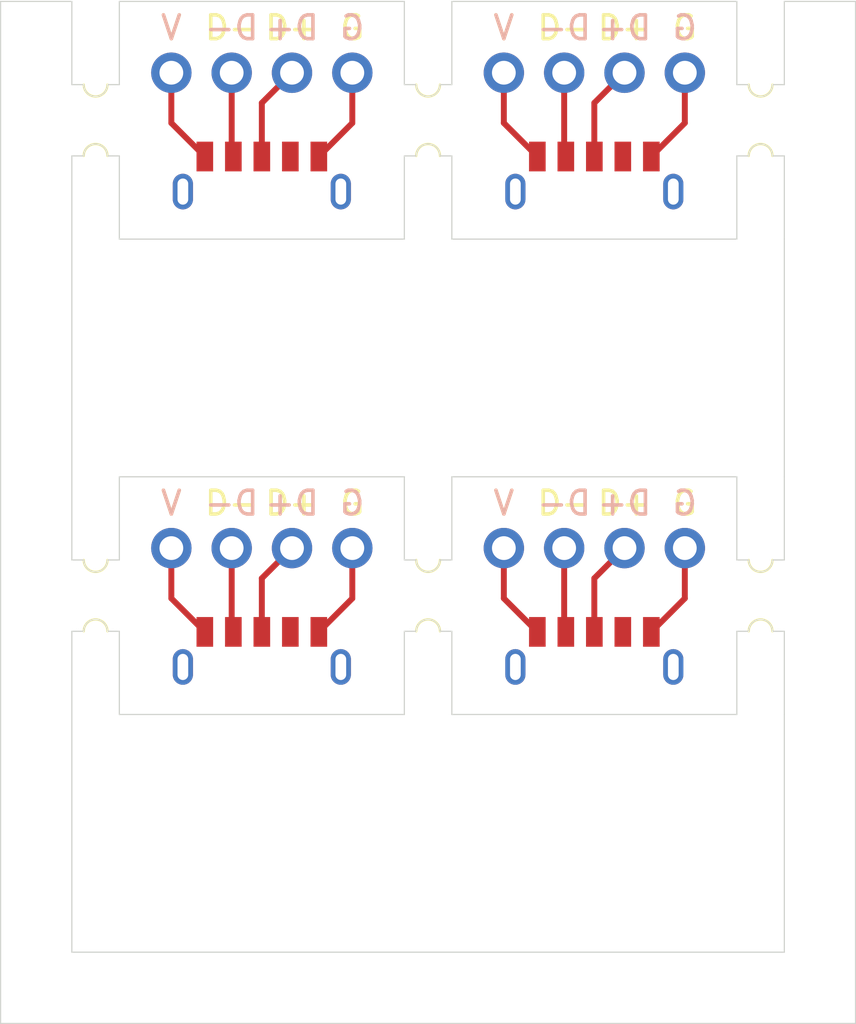
<source format=kicad_pcb>
(kicad_pcb (version 20211014) (generator pcbnew)
  (layers (0 "F.Cu" signal) (31 "B.Cu" signal) (34 "B.Paste" user) (35 "F.Paste" user) (36 "B.SilkS" user "B.Silkscreen") (37 "F.SilkS" user "F.Silkscreen") (38 "B.Mask" user) (39 "F.Mask" user) (44 "Edge.Cuts" user))
  (net 0 "")
  (net 1 "Net-(U1-Pad1)")
  (net 2 "Net-(U1-Pad5)")
  (net 3 "Net-(U1-Pad4)")
  (net 4 "Net-(U1-Pad3)")
  (net 5 "Net-(U1-Pad2)")
  (net 6 "Net-(U1-Pad6)")
  (footprint "panelization:mouse-bite-1mm-slot" (layer "F.Cu") (at 51 47 90)
    (fp_text reference "." hide)
    (fp_text value "." hide)
    (fp_arc (start -1.5 -0.5) (mid -1 0) (end -1.5 0.5) (layer "F.SilkS") (width 0.1))
    (fp_arc (start 1.5 0.5) (mid 1 0) (end 1.5 -0.5) (layer "F.SilkS") (width 0.1))
    (pad "" np_thru_hole circle locked (at -1.15 -0.75 90) (size 0.5 0.5) (drill 0.5) (layers *.Cu *.Mask))
    (pad "" np_thru_hole circle locked (at -0.35 1 90) (size 0.5 0.5) (drill 0.5) (layers *.Cu *.Mask))
    (pad "" np_thru_hole circle locked (at -0.35 -1 90) (size 0.5 0.5) (drill 0.5) (layers *.Cu *.Mask))
    (pad "" np_thru_hole circle locked (at 0.35 -1 90) (size 0.5 0.5) (drill 0.5) (layers *.Cu *.Mask))
    (pad "" np_thru_hole circle locked (at 1.15 -0.75 90) (size 0.5 0.5) (drill 0.5) (layers *.Cu *.Mask))
    (pad "" np_thru_hole circle locked (at 1.15 0.75 90) (size 0.5 0.5) (drill 0.5) (layers *.Cu *.Mask))
    (pad "" np_thru_hole circle locked (at -1.15 0.75 90) (size 0.5 0.5) (drill 0.5) (layers *.Cu *.Mask))
    (pad "" np_thru_hole circle locked (at 0.35 1 90) (size 0.5 0.5) (drill 0.5) (layers *.Cu *.Mask))
  )
  (footprint "htangl:Micro_USB_Male" (layer "F.Cu") (at 44 50)
    (fp_text reference "U1" hide)
    (fp_text value "Male_Micro_USB_Breakout")
    (fp_text user "D-" (at -1.27 -6.89) (layer "B.SilkS") (effects (justify mirror)))
    (fp_text user "G" (at 3.81 -6.89) (layer "B.SilkS") (effects (justify mirror)))
    (fp_text user "V" (at -3.81 -6.89) (layer "B.SilkS") (effects (justify mirror)))
    (fp_text user "D+" (at 1.27 -6.89) (layer "B.SilkS") (effects (justify mirror)))
    (fp_text user "D-" (at -1.27 -6.89) (layer "F.SilkS"))
    (fp_text user "G" (at 3.81 -6.89) (layer "F.SilkS"))
    (fp_text user "D+" (at 1.27 -6.89) (layer "F.SilkS"))
    (fp_text user "V" (at -3.81 -6.89) (layer "F.SilkS"))
    (pad "" np_thru_hole circle (at -1.8 0.1) (size 0.9 0.9) (drill 0.9) (layers *.Cu *.Mask))
    (pad "" np_thru_hole circle (at 1.8 0.1) (size 0.9 0.9) (drill 0.9) (layers *.Cu *.Mask))
    (pad "1" smd rect (at -2.4 -1.475) (size 0.7 1.25) (layers "F.Cu" "F.Paste" "F.Mask"))
    (pad "1" thru_hole circle (at -3.81 -5) (size 1.7 1.7) (drill 1) (layers *.Cu *.Mask))
    (pad "2" smd rect (at -1.2 -1.475) (size 0.7 1.25) (layers "F.Cu" "F.Paste" "F.Mask"))
    (pad "2" thru_hole circle (at -1.27 -5) (size 1.7 1.7) (drill 1) (layers *.Cu *.Mask))
    (pad "3" smd rect (at 0 -1.475) (size 0.7 1.25) (layers "F.Cu" "F.Paste" "F.Mask"))
    (pad "3" thru_hole circle (at 1.27 -5) (size 1.7 1.7) (drill 1) (layers *.Cu *.Mask))
    (pad "4" smd rect (at 1.2 -1.475) (size 0.7 1.25) (layers "F.Cu" "F.Paste" "F.Mask"))
    (pad "5" smd rect (at 2.4 -1.475) (size 0.7 1.25) (layers "F.Cu" "F.Paste" "F.Mask"))
    (pad "5" thru_hole circle (at 3.81 -5) (size 1.7 1.7) (drill 1) (layers *.Cu *.Mask))
    (pad "6" thru_hole oval (at 3.325 0) (size 0.85 1.5) (drill oval 0.45 1.1) (layers *.Cu *.Mask))
    (pad "6" thru_hole oval (at -3.325 0) (size 0.85 1.5) (drill oval 0.45 1.1) (layers *.Cu *.Mask))
  )
  (footprint "htangl:Micro_USB_Male" (layer "F.Cu") (at 30 50)
    (fp_text reference "U1" hide)
    (fp_text value "Male_Micro_USB_Breakout")
    (fp_text user "G" (at 3.81 -6.89) (layer "B.SilkS") (effects (justify mirror)))
    (fp_text user "D-" (at -1.27 -6.89) (layer "B.SilkS") (effects (justify mirror)))
    (fp_text user "D+" (at 1.27 -6.89) (layer "B.SilkS") (effects (justify mirror)))
    (fp_text user "V" (at -3.81 -6.89) (layer "B.SilkS") (effects (justify mirror)))
    (fp_text user "G" (at 3.81 -6.89) (layer "F.SilkS"))
    (fp_text user "D+" (at 1.27 -6.89) (layer "F.SilkS"))
    (fp_text user "D-" (at -1.27 -6.89) (layer "F.SilkS"))
    (fp_text user "V" (at -3.81 -6.89) (layer "F.SilkS"))
    (pad "" np_thru_hole circle (at 1.8 0.1) (size 0.9 0.9) (drill 0.9) (layers *.Cu *.Mask))
    (pad "" np_thru_hole circle (at -1.8 0.1) (size 0.9 0.9) (drill 0.9) (layers *.Cu *.Mask))
    (pad "1" thru_hole circle (at -3.81 -5) (size 1.7 1.7) (drill 1) (layers *.Cu *.Mask))
    (pad "1" smd rect (at -2.4 -1.475) (size 0.7 1.25) (layers "F.Cu" "F.Paste" "F.Mask"))
    (pad "2" smd rect (at -1.2 -1.475) (size 0.7 1.25) (layers "F.Cu" "F.Paste" "F.Mask"))
    (pad "2" thru_hole circle (at -1.27 -5) (size 1.7 1.7) (drill 1) (layers *.Cu *.Mask))
    (pad "3" thru_hole circle (at 1.27 -5) (size 1.7 1.7) (drill 1) (layers *.Cu *.Mask))
    (pad "3" smd rect (at 0 -1.475) (size 0.7 1.25) (layers "F.Cu" "F.Paste" "F.Mask"))
    (pad "4" smd rect (at 1.2 -1.475) (size 0.7 1.25) (layers "F.Cu" "F.Paste" "F.Mask"))
    (pad "5" smd rect (at 2.4 -1.475) (size 0.7 1.25) (layers "F.Cu" "F.Paste" "F.Mask"))
    (pad "5" thru_hole circle (at 3.81 -5) (size 1.7 1.7) (drill 1) (layers *.Cu *.Mask))
    (pad "6" thru_hole oval (at 3.325 0) (size 0.85 1.5) (drill oval 0.45 1.1) (layers *.Cu *.Mask))
    (pad "6" thru_hole oval (at -3.325 0) (size 0.85 1.5) (drill oval 0.45 1.1) (layers *.Cu *.Mask))
  )
  (footprint "panelization:mouse-bite-1mm-slot" (layer "F.Cu") (at 37 47 90)
    (fp_text reference "." hide)
    (fp_text value "." hide)
    (fp_arc (start 1.5 0.5) (mid 1 0) (end 1.5 -0.5) (layer "F.SilkS") (width 0.1))
    (fp_arc (start -1.5 -0.5) (mid -1 0) (end -1.5 0.5) (layer "F.SilkS") (width 0.1))
    (pad "" np_thru_hole circle locked (at -0.35 -1 90) (size 0.5 0.5) (drill 0.5) (layers *.Cu *.Mask))
    (pad "" np_thru_hole circle locked (at -0.35 1 90) (size 0.5 0.5) (drill 0.5) (layers *.Cu *.Mask))
    (pad "" np_thru_hole circle locked (at 1.15 -0.75 90) (size 0.5 0.5) (drill 0.5) (layers *.Cu *.Mask))
    (pad "" np_thru_hole circle locked (at -1.15 -0.75 90) (size 0.5 0.5) (drill 0.5) (layers *.Cu *.Mask))
    (pad "" np_thru_hole circle locked (at 1.15 0.75 90) (size 0.5 0.5) (drill 0.5) (layers *.Cu *.Mask))
    (pad "" np_thru_hole circle locked (at -1.15 0.75 90) (size 0.5 0.5) (drill 0.5) (layers *.Cu *.Mask))
    (pad "" np_thru_hole circle locked (at 0.35 -1 90) (size 0.5 0.5) (drill 0.5) (layers *.Cu *.Mask))
    (pad "" np_thru_hole circle locked (at 0.35 1 90) (size 0.5 0.5) (drill 0.5) (layers *.Cu *.Mask))
  )
  (footprint "panelization:mouse-bite-1mm-slot" (layer "F.Cu") (at 23 47 90)
    (fp_text reference "." hide)
    (fp_text value "." hide)
    (fp_arc (start 1.5 0.5) (mid 1 0) (end 1.5 -0.5) (layer "F.SilkS") (width 0.1))
    (fp_arc (start -1.5 -0.5) (mid -1 0) (end -1.5 0.5) (layer "F.SilkS") (width 0.1))
    (pad "" np_thru_hole circle locked (at 0.35 1 90) (size 0.5 0.5) (drill 0.5) (layers *.Cu *.Mask))
    (pad "" np_thru_hole circle locked (at -0.35 -1 90) (size 0.5 0.5) (drill 0.5) (layers *.Cu *.Mask))
    (pad "" np_thru_hole circle locked (at 1.15 -0.75 90) (size 0.5 0.5) (drill 0.5) (layers *.Cu *.Mask))
    (pad "" np_thru_hole circle locked (at 1.15 0.75 90) (size 0.5 0.5) (drill 0.5) (layers *.Cu *.Mask))
    (pad "" np_thru_hole circle locked (at -1.15 0.75 90) (size 0.5 0.5) (drill 0.5) (layers *.Cu *.Mask))
    (pad "" np_thru_hole circle locked (at -1.15 -0.75 90) (size 0.5 0.5) (drill 0.5) (layers *.Cu *.Mask))
    (pad "" np_thru_hole circle locked (at 0.35 -1 90) (size 0.5 0.5) (drill 0.5) (layers *.Cu *.Mask))
    (pad "" np_thru_hole circle locked (at -0.35 1 90) (size 0.5 0.5) (drill 0.5) (layers *.Cu *.Mask))
  )
  (footprint "htangl:Micro_USB_Male" (layer "F.Cu") (at 30 30)
    (fp_text reference "U1" hide)
    (fp_text value "Male_Micro_USB_Breakout")
    (fp_text user "G" (at 3.81 -6.89) (layer "B.SilkS") (effects (justify mirror)))
    (fp_text user "V" (at -3.81 -6.89) (layer "B.SilkS") (effects (justify mirror)))
    (fp_text user "D+" (at 1.27 -6.89) (layer "B.SilkS") (effects (justify mirror)))
    (fp_text user "D-" (at -1.27 -6.89) (layer "B.SilkS") (effects (justify mirror)))
    (fp_text user "D+" (at 1.27 -6.89) (layer "F.SilkS"))
    (fp_text user "V" (at -3.81 -6.89) (layer "F.SilkS"))
    (fp_text user "D-" (at -1.27 -6.89) (layer "F.SilkS"))
    (fp_text user "G" (at 3.81 -6.89) (layer "F.SilkS"))
    (pad "" np_thru_hole circle (at 1.8 0.1) (size 0.9 0.9) (drill 0.9) (layers *.Cu *.Mask))
    (pad "" np_thru_hole circle (at -1.8 0.1) (size 0.9 0.9) (drill 0.9) (layers *.Cu *.Mask))
    (pad "1" smd rect (at -2.4 -1.475) (size 0.7 1.25) (layers "F.Cu" "F.Paste" "F.Mask") (net 1 "Net-(U1-Pad1)"))
    (pad "1" thru_hole circle (at -3.81 -5) (size 1.7 1.7) (drill 1) (layers *.Cu *.Mask) (net 1 "Net-(U1-Pad1)"))
    (pad "2" thru_hole circle (at -1.27 -5) (size 1.7 1.7) (drill 1) (layers *.Cu *.Mask) (net 5 "Net-(U1-Pad2)"))
    (pad "2" smd rect (at -1.2 -1.475) (size 0.7 1.25) (layers "F.Cu" "F.Paste" "F.Mask") (net 5 "Net-(U1-Pad2)"))
    (pad "3" thru_hole circle (at 1.27 -5) (size 1.7 1.7) (drill 1) (layers *.Cu *.Mask) (net 4 "Net-(U1-Pad3)"))
    (pad "3" smd rect (at 0 -1.475) (size 0.7 1.25) (layers "F.Cu" "F.Paste" "F.Mask") (net 4 "Net-(U1-Pad3)"))
    (pad "4" smd rect (at 1.2 -1.475) (size 0.7 1.25) (layers "F.Cu" "F.Paste" "F.Mask") (net 3 "Net-(U1-Pad4)"))
    (pad "5" smd rect (at 2.4 -1.475) (size 0.7 1.25) (layers "F.Cu" "F.Paste" "F.Mask") (net 2 "Net-(U1-Pad5)"))
    (pad "5" thru_hole circle (at 3.81 -5) (size 1.7 1.7) (drill 1) (layers *.Cu *.Mask) (net 2 "Net-(U1-Pad5)"))
    (pad "6" thru_hole oval (at 3.325 0) (size 0.85 1.5) (drill oval 0.45 1.1) (layers *.Cu *.Mask) (net 6 "Net-(U1-Pad6)"))
    (pad "6" thru_hole oval (at -3.325 0) (size 0.85 1.5) (drill oval 0.45 1.1) (layers *.Cu *.Mask) (net 6 "Net-(U1-Pad6)"))
  )
  (footprint "panelization:mouse-bite-1mm-slot" (layer "F.Cu") (at 37 27 90)
    (fp_text reference "." hide)
    (fp_text value "." hide)
    (fp_arc (start -1.5 -0.5) (mid -1 0) (end -1.5 0.5) (layer "F.SilkS") (width 0.1))
    (fp_arc (start 1.5 0.5) (mid 1 0) (end 1.5 -0.5) (layer "F.SilkS") (width 0.1))
    (pad "" np_thru_hole circle locked (at 1.15 -0.75 90) (size 0.5 0.5) (drill 0.5) (layers *.Cu *.Mask))
    (pad "" np_thru_hole circle locked (at -0.35 -1 90) (size 0.5 0.5) (drill 0.5) (layers *.Cu *.Mask))
    (pad "" np_thru_hole circle locked (at -0.35 1 90) (size 0.5 0.5) (drill 0.5) (layers *.Cu *.Mask))
    (pad "" np_thru_hole circle locked (at -1.15 -0.75 90) (size 0.5 0.5) (drill 0.5) (layers *.Cu *.Mask))
    (pad "" np_thru_hole circle locked (at 1.15 0.75 90) (size 0.5 0.5) (drill 0.5) (layers *.Cu *.Mask))
    (pad "" np_thru_hole circle locked (at 0.35 1 90) (size 0.5 0.5) (drill 0.5) (layers *.Cu *.Mask))
    (pad "" np_thru_hole circle locked (at -1.15 0.75 90) (size 0.5 0.5) (drill 0.5) (layers *.Cu *.Mask))
    (pad "" np_thru_hole circle locked (at 0.35 -1 90) (size 0.5 0.5) (drill 0.5) (layers *.Cu *.Mask))
  )
  (footprint "htangl:Micro_USB_Male" (layer "F.Cu") (at 44 30)
    (fp_text reference "U1" hide)
    (fp_text value "Male_Micro_USB_Breakout")
    (fp_text user "G" (at 3.81 -6.89) (layer "B.SilkS") (effects (justify mirror)))
    (fp_text user "D+" (at 1.27 -6.89) (layer "B.SilkS") (effects (justify mirror)))
    (fp_text user "V" (at -3.81 -6.89) (layer "B.SilkS") (effects (justify mirror)))
    (fp_text user "D-" (at -1.27 -6.89) (layer "B.SilkS") (effects (justify mirror)))
    (fp_text user "V" (at -3.81 -6.89) (layer "F.SilkS"))
    (fp_text user "G" (at 3.81 -6.89) (layer "F.SilkS"))
    (fp_text user "D+" (at 1.27 -6.89) (layer "F.SilkS"))
    (fp_text user "D-" (at -1.27 -6.89) (layer "F.SilkS"))
    (pad "" np_thru_hole circle (at -1.8 0.1) (size 0.9 0.9) (drill 0.9) (layers *.Cu *.Mask))
    (pad "" np_thru_hole circle (at 1.8 0.1) (size 0.9 0.9) (drill 0.9) (layers *.Cu *.Mask))
    (pad "1" smd rect (at -2.4 -1.475) (size 0.7 1.25) (layers "F.Cu" "F.Paste" "F.Mask"))
    (pad "1" thru_hole circle (at -3.81 -5) (size 1.7 1.7) (drill 1) (layers *.Cu *.Mask))
    (pad "2" thru_hole circle (at -1.27 -5) (size 1.7 1.7) (drill 1) (layers *.Cu *.Mask))
    (pad "2" smd rect (at -1.2 -1.475) (size 0.7 1.25) (layers "F.Cu" "F.Paste" "F.Mask"))
    (pad "3" smd rect (at 0 -1.475) (size 0.7 1.25) (layers "F.Cu" "F.Paste" "F.Mask"))
    (pad "3" thru_hole circle (at 1.27 -5) (size 1.7 1.7) (drill 1) (layers *.Cu *.Mask))
    (pad "4" smd rect (at 1.2 -1.475) (size 0.7 1.25) (layers "F.Cu" "F.Paste" "F.Mask"))
    (pad "5" smd rect (at 2.4 -1.475) (size 0.7 1.25) (layers "F.Cu" "F.Paste" "F.Mask"))
    (pad "5" thru_hole circle (at 3.81 -5) (size 1.7 1.7) (drill 1) (layers *.Cu *.Mask))
    (pad "6" thru_hole oval (at 3.325 0) (size 0.85 1.5) (drill oval 0.45 1.1) (layers *.Cu *.Mask))
    (pad "6" thru_hole oval (at -3.325 0) (size 0.85 1.5) (drill oval 0.45 1.1) (layers *.Cu *.Mask))
  )
  (footprint "panelization:mouse-bite-1mm-slot" (layer "F.Cu") (at 23 27 90)
    (fp_text reference "." hide)
    (fp_text value "." hide)
    (fp_arc (start -1.5 -0.5) (mid -1 0) (end -1.5 0.5) (layer "F.SilkS") (width 0.1))
    (fp_arc (start 1.5 0.5) (mid 1 0) (end 1.5 -0.5) (layer "F.SilkS") (width 0.1))
    (pad "" np_thru_hole circle locked (at 0.35 -1 90) (size 0.5 0.5) (drill 0.5) (layers *.Cu *.Mask))
    (pad "" np_thru_hole circle locked (at -0.35 -1 90) (size 0.5 0.5) (drill 0.5) (layers *.Cu *.Mask))
    (pad "" np_thru_hole circle locked (at 0.35 1 90) (size 0.5 0.5) (drill 0.5) (layers *.Cu *.Mask))
    (pad "" np_thru_hole circle locked (at -0.35 1 90) (size 0.5 0.5) (drill 0.5) (layers *.Cu *.Mask))
    (pad "" np_thru_hole circle locked (at -1.15 0.75 90) (size 0.5 0.5) (drill 0.5) (layers *.Cu *.Mask))
    (pad "" np_thru_hole circle locked (at 1.15 -0.75 90) (size 0.5 0.5) (drill 0.5) (layers *.Cu *.Mask))
    (pad "" np_thru_hole circle locked (at -1.15 -0.75 90) (size 0.5 0.5) (drill 0.5) (layers *.Cu *.Mask))
    (pad "" np_thru_hole circle locked (at 1.15 0.75 90) (size 0.5 0.5) (drill 0.5) (layers *.Cu *.Mask))
  )
  (footprint "panelization:mouse-bite-1mm-slot" (layer "F.Cu") (at 51 27 90)
    (fp_text reference "." hide)
    (fp_text value "." hide)
    (fp_arc (start -1.5 -0.5) (mid -1 0) (end -1.5 0.5) (layer "F.SilkS") (width 0.1))
    (fp_arc (start 1.5 0.5) (mid 1 0) (end 1.5 -0.5) (layer "F.SilkS") (width 0.1))
    (pad "" np_thru_hole circle locked (at 0.35 -1 90) (size 0.5 0.5) (drill 0.5) (layers *.Cu *.Mask))
    (pad "" np_thru_hole circle locked (at -0.35 1 90) (size 0.5 0.5) (drill 0.5) (layers *.Cu *.Mask))
    (pad "" np_thru_hole circle locked (at 1.15 0.75 90) (size 0.5 0.5) (drill 0.5) (layers *.Cu *.Mask))
    (pad "" np_thru_hole circle locked (at 1.15 -0.75 90) (size 0.5 0.5) (drill 0.5) (layers *.Cu *.Mask))
    (pad "" np_thru_hole circle locked (at -1.15 -0.75 90) (size 0.5 0.5) (drill 0.5) (layers *.Cu *.Mask))
    (pad "" np_thru_hole circle locked (at -0.35 -1 90) (size 0.5 0.5) (drill 0.5) (layers *.Cu *.Mask))
    (pad "" np_thru_hole circle locked (at -1.15 0.75 90) (size 0.5 0.5) (drill 0.5) (layers *.Cu *.Mask))
    (pad "" np_thru_hole circle locked (at 0.35 1 90) (size 0.5 0.5) (drill 0.5) (layers *.Cu *.Mask))
  )
  (gr_line (start 37.5 48.5) (end 38 48.5) (layer "Edge.Cuts") (width 0.05))
  (gr_line (start 38 48.5) (end 38 52) (layer "Edge.Cuts") (width 0.05))
  (gr_line (start 38 45.5) (end 38 42) (layer "Edge.Cuts") (width 0.05))
  (gr_line (start 37.5 45.5) (end 38 45.5) (layer "Edge.Cuts") (width 0.05))
  (gr_line (start 38 42) (end 50 42) (layer "Edge.Cuts") (width 0.05))
  (gr_line (start 50 52) (end 38 52) (layer "Edge.Cuts") (width 0.05))
  (gr_line (start 51.5 45.5) (end 52 45.5) (layer "Edge.Cuts") (width 0.05))
  (gr_line (start 50.5 45.5) (end 50 45.5) (layer "Edge.Cuts") (width 0.05))
  (gr_arc (start 50.5 48.5) (mid 51 48) (end 51.5 48.5) (layer "Edge.Cuts") (width 0.05))
  (gr_line (start 51.5 48.5) (end 52 48.5) (layer "Edge.Cuts") (width 0.05))
  (gr_arc (start 51.5 45.5) (mid 51 46) (end 50.5 45.5) (layer "Edge.Cuts") (width 0.05))
  (gr_line (start 50.5 48.5) (end 50 48.5) (layer "Edge.Cuts") (width 0.05))
  (gr_arc (start 37.5 45.5) (mid 37 46) (end 36.5 45.5) (layer "Edge.Cuts") (width 0.05))
  (gr_line (start 24 42) (end 36 42) (layer "Edge.Cuts") (width 0.05))
  (gr_line (start 36 45.5) (end 36 42) (layer "Edge.Cuts") (width 0.05))
  (gr_line (start 36.5 45.5) (end 36 45.5) (layer "Edge.Cuts") (width 0.05))
  (gr_line (start 36 52) (end 24 52) (layer "Edge.Cuts") (width 0.05))
  (gr_arc (start 36.5 48.5) (mid 37 48) (end 37.5 48.5) (layer "Edge.Cuts") (width 0.05))
  (gr_line (start 36 52) (end 36 48.5) (layer "Edge.Cuts") (width 0.05))
  (gr_line (start 36.5 48.5) (end 36 48.5) (layer "Edge.Cuts") (width 0.05))
  (gr_line (start 22.5 48.5) (end 22 48.5) (layer "Edge.Cuts") (width 0.05))
  (gr_arc (start 23.5 45.5) (mid 23 46) (end 22.5 45.5) (layer "Edge.Cuts") (width 0.05))
  (gr_line (start 22.5 45.5) (end 22 45.5) (layer "Edge.Cuts") (width 0.05))
  (gr_line (start 23.5 48.5) (end 24 48.5) (layer "Edge.Cuts") (width 0.05))
  (gr_arc (start 22.5 48.5) (mid 23 48) (end 23.5 48.5) (layer "Edge.Cuts") (width 0.05))
  (gr_line (start 23.5 45.5) (end 24 45.5) (layer "Edge.Cuts") (width 0.05))
  (gr_line (start 50 22) (end 50 25.5) (layer "Edge.Cuts") (width 0.05))
  (gr_line (start 50 28.5) (end 50 32) (layer "Edge.Cuts") (width 0.05))
  (gr_line (start 52 28.5) (end 52 32) (layer "Edge.Cuts") (width 0.05))
  (gr_line (start 52 25.5) (end 52 22) (layer "Edge.Cuts") (width 0.05))
  (gr_line (start 52 45.5) (end 52 42) (layer "Edge.Cuts") (width 0.05))
  (gr_line (start 52 48.5) (end 52 52) (layer "Edge.Cuts") (width 0.05))
  (gr_line (start 50 48.5) (end 50 52) (layer "Edge.Cuts") (width 0.05))
  (gr_line (start 50 45.5) (end 50 42) (layer "Edge.Cuts") (width 0.05))
  (gr_line (start 24 42) (end 24 45.5) (layer "Edge.Cuts") (width 0.05))
  (gr_line (start 24 52) (end 24 48.5) (layer "Edge.Cuts") (width 0.05))
  (gr_line (start 22 45.5) (end 22 28.5) (layer "Edge.Cuts") (width 0.05))
  (gr_line (start 22 62) (end 22 48.5) (layer "Edge.Cuts") (width 0.05))
  (gr_line (start 22 22) (end 22 25.5) (layer "Edge.Cuts") (width 0.05))
  (gr_line (start 24 25.5) (end 24 22) (layer "Edge.Cuts") (width 0.05))
  (gr_line (start 24 28.5) (end 24 32) (layer "Edge.Cuts") (width 0.05))
  (gr_line (start 36 25.5) (end 36 22) (layer "Edge.Cuts") (width 0.05))
  (gr_line (start 36 32) (end 36 28.5) (layer "Edge.Cuts") (width 0.05))
  (gr_line (start 50 32) (end 38 32) (layer "Edge.Cuts") (width 0.05))
  (gr_line (start 38 22) (end 50 22) (layer "Edge.Cuts") (width 0.05))
  (gr_line (start 38 25.5) (end 38 22) (layer "Edge.Cuts") (width 0.05))
  (gr_line (start 38 28.5) (end 38 32) (layer "Edge.Cuts") (width 0.05))
  (gr_line (start 19 65) (end 55 65) (layer "Edge.Cuts") (width 0.05))
  (gr_arc (start 36.5 28.5) (mid 37 28) (end 37.5 28.5) (layer "Edge.Cuts") (width 0.05))
  (gr_line (start 52 32) (end 52 42) (layer "Edge.Cuts") (width 0.05))
  (gr_arc (start 37.5 25.5) (mid 37 26) (end 36.5 25.5) (layer "Edge.Cuts") (width 0.05))
  (gr_line (start 36.5 28.5) (end 36 28.5) (layer "Edge.Cuts") (width 0.05))
  (gr_line (start 36 32) (end 24 32) (layer "Edge.Cuts") (width 0.05))
  (gr_line (start 51.5 25.5) (end 52 25.5) (layer "Edge.Cuts") (width 0.05))
  (gr_line (start 55 65) (end 55 22) (layer "Edge.Cuts") (width 0.05))
  (gr_line (start 22.5 25.5) (end 22 25.5) (layer "Edge.Cuts") (width 0.05))
  (gr_arc (start 51.5 25.5) (mid 51 26) (end 50.5 25.5) (layer "Edge.Cuts") (width 0.05))
  (gr_line (start 55 22) (end 52 22) (layer "Edge.Cuts") (width 0.05))
  (gr_line (start 51.5 28.5) (end 52 28.5) (layer "Edge.Cuts") (width 0.05))
  (gr_arc (start 50.5 28.5) (mid 51 28) (end 51.5 28.5) (layer "Edge.Cuts") (width 0.05))
  (gr_line (start 52 52) (end 52 62) (layer "Edge.Cuts") (width 0.05))
  (gr_line (start 19 22) (end 22 22) (layer "Edge.Cuts") (width 0.05))
  (gr_line (start 37.5 28.5) (end 38 28.5) (layer "Edge.Cuts") (width 0.05))
  (gr_arc (start 22.5 28.5) (mid 23 28) (end 23.5 28.5) (layer "Edge.Cuts") (width 0.05))
  (gr_line (start 24 22) (end 36 22) (layer "Edge.Cuts") (width 0.05))
  (gr_line (start 23.5 25.5) (end 24 25.5) (layer "Edge.Cuts") (width 0.05))
  (gr_line (start 36.5 25.5) (end 36 25.5) (layer "Edge.Cuts") (width 0.05))
  (gr_line (start 52 62) (end 22 62) (layer "Edge.Cuts") (width 0.05))
  (gr_line (start 37.5 25.5) (end 38 25.5) (layer "Edge.Cuts") (width 0.05))
  (gr_arc (start 23.5 25.5) (mid 23 26) (end 22.5 25.5) (layer "Edge.Cuts") (width 0.05))
  (gr_line (start 50.5 25.5) (end 50 25.5) (layer "Edge.Cuts") (width 0.05))
  (gr_line (start 50.5 28.5) (end 50 28.5) (layer "Edge.Cuts") (width 0.05))
  (gr_line (start 19 65) (end 19 22) (layer "Edge.Cuts") (width 0.05))
  (gr_line (start 23.5 28.5) (end 24 28.5) (layer "Edge.Cuts") (width 0.05))
  (gr_line (start 22.5 28.5) (end 22 28.5) (layer "Edge.Cuts") (width 0.05))
  (segment (start 42.73 48.455) (end 42.8 48.525) (width 0.25) (layer "F.Cu") (net 0))
  (segment (start 40.19 47.115) (end 41.6 48.525) (width 0.25) (layer "F.Cu") (net 0))
  (segment (start 30 46.27) (end 30 48.525) (width 0.25) (layer "F.Cu") (net 0))
  (segment (start 26.19 45) (end 26.19 47.115) (width 0.25) (layer "F.Cu") (net 0))
  (segment (start 44 46.27) (end 44 48.525) (width 0.25) (layer "F.Cu") (net 0))
  (segment (start 40.19 45) (end 40.19 47.115) (width 0.25) (layer "F.Cu") (net 0))
  (segment (start 45.27 45) (end 44 46.27) (width 0.25) (layer "F.Cu") (net 0))
  (segment (start 42.73 45) (end 42.73 48.455) (width 0.25) (layer "F.Cu") (net 0))
  (segment (start 33.81 47.115) (end 32.4 48.525) (width 0.25) (layer "F.Cu") (net 0))
  (segment (start 33.81 45) (end 33.81 47.115) (width 0.25) (layer "F.Cu") (net 0))
  (segment (start 31.27 45) (end 30 46.27) (width 0.25) (layer "F.Cu") (net 0))
  (segment (start 28.73 48.455) (end 28.8 48.525) (width 0.25) (layer "F.Cu") (net 0))
  (segment (start 28.73 45) (end 28.73 48.455) (width 0.25) (layer "F.Cu") (net 0))
  (segment (start 47.81 47.115) (end 46.4 48.525) (width 0.25) (layer "F.Cu") (net 0))
  (segment (start 47.81 45) (end 47.81 47.115) (width 0.25) (layer "F.Cu") (net 0))
  (segment (start 26.19 47.115) (end 27.6 48.525) (width 0.25) (layer "F.Cu") (net 0))
  (segment (start 45.27 25) (end 44 26.27) (width 0.25) (layer "F.Cu") (net 0))
  (segment (start 40.19 25) (end 40.19 27.115) (width 0.25) (layer "F.Cu") (net 0))
  (segment (start 40.19 27.115) (end 41.6 28.525) (width 0.25) (layer "F.Cu") (net 0))
  (segment (start 47.81 25) (end 47.81 27.115) (width 0.25) (layer "F.Cu") (net 0))
  (segment (start 47.81 27.115) (end 46.4 28.525) (width 0.25) (layer "F.Cu") (net 0))
  (segment (start 42.73 28.455) (end 42.8 28.525) (width 0.25) (layer "F.Cu") (net 0))
  (segment (start 44 26.27) (end 44 28.525) (width 0.25) (layer "F.Cu") (net 0))
  (segment (start 42.73 25) (end 42.73 28.455) (width 0.25) (layer "F.Cu") (net 0))
  (segment (start 26.19 27.115) (end 27.6 28.525) (width 0.25) (layer "F.Cu") (net 1))
  (segment (start 26.19 25) (end 26.19 27.115) (width 0.25) (layer "F.Cu") (net 1))
  (segment (start 33.81 27.115) (end 32.4 28.525) (width 0.25) (layer "F.Cu") (net 2))
  (segment (start 33.81 25) (end 33.81 27.115) (width 0.25) (layer "F.Cu") (net 2))
  (segment (start 30 26.27) (end 30 28.525) (width 0.25) (layer "F.Cu") (net 4))
  (segment (start 31.27 25) (end 30 26.27) (width 0.25) (layer "F.Cu") (net 4))
  (segment (start 28.73 28.455) (end 28.8 28.525) (width 0.25) (layer "F.Cu") (net 5))
  (segment (start 28.73 25) (end 28.73 28.455) (width 0.25) (layer "F.Cu") (net 5))
)
</source>
